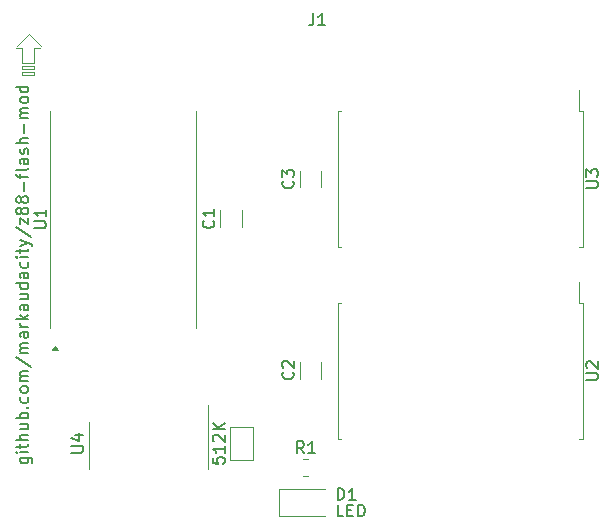
<source format=gbr>
%TF.GenerationSoftware,KiCad,Pcbnew,8.0.7*%
%TF.CreationDate,2025-01-02T16:49:33-06:00*%
%TF.ProjectId,z88-flash-mod,7a38382d-666c-4617-9368-2d6d6f642e6b,rev?*%
%TF.SameCoordinates,Original*%
%TF.FileFunction,Legend,Top*%
%TF.FilePolarity,Positive*%
%FSLAX46Y46*%
G04 Gerber Fmt 4.6, Leading zero omitted, Abs format (unit mm)*
G04 Created by KiCad (PCBNEW 8.0.7) date 2025-01-02 16:49:33*
%MOMM*%
%LPD*%
G01*
G04 APERTURE LIST*
%ADD10C,0.120000*%
%ADD11C,0.200000*%
%ADD12C,0.150000*%
G04 APERTURE END LIST*
D10*
X116961000Y-76203000D02*
X117469000Y-76203000D01*
X116961000Y-76711000D02*
X117469000Y-76711000D01*
X116961000Y-74425000D02*
X116961000Y-75695000D01*
X116961000Y-76457000D02*
X117469000Y-76457000D01*
X116453000Y-74425000D02*
X116961000Y-74425000D01*
X116961000Y-76457000D02*
X116961000Y-76711000D01*
X117501000Y-73282000D02*
X116485000Y-74298000D01*
X116961000Y-75949000D02*
X117469000Y-75949000D01*
X117469000Y-76457000D02*
X116961000Y-76457000D01*
X116961000Y-75949000D02*
X116961000Y-76203000D01*
X116961000Y-75695000D02*
X117469000Y-75695000D01*
X118485000Y-74425000D02*
X117977000Y-74425000D01*
X117977000Y-76203000D02*
X117469000Y-76203000D01*
X117977000Y-75949000D02*
X117469000Y-75949000D01*
X117977000Y-74425000D02*
X117977000Y-75695000D01*
X117977000Y-76457000D02*
X117469000Y-76457000D01*
X117977000Y-75695000D02*
X117469000Y-75695000D01*
X117501000Y-73282000D02*
X118517000Y-74298000D01*
X117977000Y-76711000D02*
X117469000Y-76711000D01*
X117977000Y-76457000D02*
X117977000Y-76711000D01*
X117977000Y-75949000D02*
X117977000Y-76203000D01*
D11*
X116794552Y-109150755D02*
X117604076Y-109150755D01*
X117604076Y-109150755D02*
X117699314Y-109198374D01*
X117699314Y-109198374D02*
X117746933Y-109245993D01*
X117746933Y-109245993D02*
X117794552Y-109341231D01*
X117794552Y-109341231D02*
X117794552Y-109484088D01*
X117794552Y-109484088D02*
X117746933Y-109579326D01*
X117413600Y-109150755D02*
X117461219Y-109245993D01*
X117461219Y-109245993D02*
X117461219Y-109436469D01*
X117461219Y-109436469D02*
X117413600Y-109531707D01*
X117413600Y-109531707D02*
X117365980Y-109579326D01*
X117365980Y-109579326D02*
X117270742Y-109626945D01*
X117270742Y-109626945D02*
X116985028Y-109626945D01*
X116985028Y-109626945D02*
X116889790Y-109579326D01*
X116889790Y-109579326D02*
X116842171Y-109531707D01*
X116842171Y-109531707D02*
X116794552Y-109436469D01*
X116794552Y-109436469D02*
X116794552Y-109245993D01*
X116794552Y-109245993D02*
X116842171Y-109150755D01*
X117461219Y-108674564D02*
X116794552Y-108674564D01*
X116461219Y-108674564D02*
X116508838Y-108722183D01*
X116508838Y-108722183D02*
X116556457Y-108674564D01*
X116556457Y-108674564D02*
X116508838Y-108626945D01*
X116508838Y-108626945D02*
X116461219Y-108674564D01*
X116461219Y-108674564D02*
X116556457Y-108674564D01*
X116794552Y-108341231D02*
X116794552Y-107960279D01*
X116461219Y-108198374D02*
X117318361Y-108198374D01*
X117318361Y-108198374D02*
X117413600Y-108150755D01*
X117413600Y-108150755D02*
X117461219Y-108055517D01*
X117461219Y-108055517D02*
X117461219Y-107960279D01*
X117461219Y-107626945D02*
X116461219Y-107626945D01*
X117461219Y-107198374D02*
X116937409Y-107198374D01*
X116937409Y-107198374D02*
X116842171Y-107245993D01*
X116842171Y-107245993D02*
X116794552Y-107341231D01*
X116794552Y-107341231D02*
X116794552Y-107484088D01*
X116794552Y-107484088D02*
X116842171Y-107579326D01*
X116842171Y-107579326D02*
X116889790Y-107626945D01*
X116794552Y-106293612D02*
X117461219Y-106293612D01*
X116794552Y-106722183D02*
X117318361Y-106722183D01*
X117318361Y-106722183D02*
X117413600Y-106674564D01*
X117413600Y-106674564D02*
X117461219Y-106579326D01*
X117461219Y-106579326D02*
X117461219Y-106436469D01*
X117461219Y-106436469D02*
X117413600Y-106341231D01*
X117413600Y-106341231D02*
X117365980Y-106293612D01*
X117461219Y-105817421D02*
X116461219Y-105817421D01*
X116842171Y-105817421D02*
X116794552Y-105722183D01*
X116794552Y-105722183D02*
X116794552Y-105531707D01*
X116794552Y-105531707D02*
X116842171Y-105436469D01*
X116842171Y-105436469D02*
X116889790Y-105388850D01*
X116889790Y-105388850D02*
X116985028Y-105341231D01*
X116985028Y-105341231D02*
X117270742Y-105341231D01*
X117270742Y-105341231D02*
X117365980Y-105388850D01*
X117365980Y-105388850D02*
X117413600Y-105436469D01*
X117413600Y-105436469D02*
X117461219Y-105531707D01*
X117461219Y-105531707D02*
X117461219Y-105722183D01*
X117461219Y-105722183D02*
X117413600Y-105817421D01*
X117365980Y-104912659D02*
X117413600Y-104865040D01*
X117413600Y-104865040D02*
X117461219Y-104912659D01*
X117461219Y-104912659D02*
X117413600Y-104960278D01*
X117413600Y-104960278D02*
X117365980Y-104912659D01*
X117365980Y-104912659D02*
X117461219Y-104912659D01*
X117413600Y-104007898D02*
X117461219Y-104103136D01*
X117461219Y-104103136D02*
X117461219Y-104293612D01*
X117461219Y-104293612D02*
X117413600Y-104388850D01*
X117413600Y-104388850D02*
X117365980Y-104436469D01*
X117365980Y-104436469D02*
X117270742Y-104484088D01*
X117270742Y-104484088D02*
X116985028Y-104484088D01*
X116985028Y-104484088D02*
X116889790Y-104436469D01*
X116889790Y-104436469D02*
X116842171Y-104388850D01*
X116842171Y-104388850D02*
X116794552Y-104293612D01*
X116794552Y-104293612D02*
X116794552Y-104103136D01*
X116794552Y-104103136D02*
X116842171Y-104007898D01*
X117461219Y-103436469D02*
X117413600Y-103531707D01*
X117413600Y-103531707D02*
X117365980Y-103579326D01*
X117365980Y-103579326D02*
X117270742Y-103626945D01*
X117270742Y-103626945D02*
X116985028Y-103626945D01*
X116985028Y-103626945D02*
X116889790Y-103579326D01*
X116889790Y-103579326D02*
X116842171Y-103531707D01*
X116842171Y-103531707D02*
X116794552Y-103436469D01*
X116794552Y-103436469D02*
X116794552Y-103293612D01*
X116794552Y-103293612D02*
X116842171Y-103198374D01*
X116842171Y-103198374D02*
X116889790Y-103150755D01*
X116889790Y-103150755D02*
X116985028Y-103103136D01*
X116985028Y-103103136D02*
X117270742Y-103103136D01*
X117270742Y-103103136D02*
X117365980Y-103150755D01*
X117365980Y-103150755D02*
X117413600Y-103198374D01*
X117413600Y-103198374D02*
X117461219Y-103293612D01*
X117461219Y-103293612D02*
X117461219Y-103436469D01*
X117461219Y-102674564D02*
X116794552Y-102674564D01*
X116889790Y-102674564D02*
X116842171Y-102626945D01*
X116842171Y-102626945D02*
X116794552Y-102531707D01*
X116794552Y-102531707D02*
X116794552Y-102388850D01*
X116794552Y-102388850D02*
X116842171Y-102293612D01*
X116842171Y-102293612D02*
X116937409Y-102245993D01*
X116937409Y-102245993D02*
X117461219Y-102245993D01*
X116937409Y-102245993D02*
X116842171Y-102198374D01*
X116842171Y-102198374D02*
X116794552Y-102103136D01*
X116794552Y-102103136D02*
X116794552Y-101960279D01*
X116794552Y-101960279D02*
X116842171Y-101865040D01*
X116842171Y-101865040D02*
X116937409Y-101817421D01*
X116937409Y-101817421D02*
X117461219Y-101817421D01*
X116413600Y-100626946D02*
X117699314Y-101484088D01*
X117461219Y-100293612D02*
X116794552Y-100293612D01*
X116889790Y-100293612D02*
X116842171Y-100245993D01*
X116842171Y-100245993D02*
X116794552Y-100150755D01*
X116794552Y-100150755D02*
X116794552Y-100007898D01*
X116794552Y-100007898D02*
X116842171Y-99912660D01*
X116842171Y-99912660D02*
X116937409Y-99865041D01*
X116937409Y-99865041D02*
X117461219Y-99865041D01*
X116937409Y-99865041D02*
X116842171Y-99817422D01*
X116842171Y-99817422D02*
X116794552Y-99722184D01*
X116794552Y-99722184D02*
X116794552Y-99579327D01*
X116794552Y-99579327D02*
X116842171Y-99484088D01*
X116842171Y-99484088D02*
X116937409Y-99436469D01*
X116937409Y-99436469D02*
X117461219Y-99436469D01*
X117461219Y-98531708D02*
X116937409Y-98531708D01*
X116937409Y-98531708D02*
X116842171Y-98579327D01*
X116842171Y-98579327D02*
X116794552Y-98674565D01*
X116794552Y-98674565D02*
X116794552Y-98865041D01*
X116794552Y-98865041D02*
X116842171Y-98960279D01*
X117413600Y-98531708D02*
X117461219Y-98626946D01*
X117461219Y-98626946D02*
X117461219Y-98865041D01*
X117461219Y-98865041D02*
X117413600Y-98960279D01*
X117413600Y-98960279D02*
X117318361Y-99007898D01*
X117318361Y-99007898D02*
X117223123Y-99007898D01*
X117223123Y-99007898D02*
X117127885Y-98960279D01*
X117127885Y-98960279D02*
X117080266Y-98865041D01*
X117080266Y-98865041D02*
X117080266Y-98626946D01*
X117080266Y-98626946D02*
X117032647Y-98531708D01*
X117461219Y-98055517D02*
X116794552Y-98055517D01*
X116985028Y-98055517D02*
X116889790Y-98007898D01*
X116889790Y-98007898D02*
X116842171Y-97960279D01*
X116842171Y-97960279D02*
X116794552Y-97865041D01*
X116794552Y-97865041D02*
X116794552Y-97769803D01*
X117461219Y-97436469D02*
X116461219Y-97436469D01*
X117080266Y-97341231D02*
X117461219Y-97055517D01*
X116794552Y-97055517D02*
X117175504Y-97436469D01*
X117461219Y-96198374D02*
X116937409Y-96198374D01*
X116937409Y-96198374D02*
X116842171Y-96245993D01*
X116842171Y-96245993D02*
X116794552Y-96341231D01*
X116794552Y-96341231D02*
X116794552Y-96531707D01*
X116794552Y-96531707D02*
X116842171Y-96626945D01*
X117413600Y-96198374D02*
X117461219Y-96293612D01*
X117461219Y-96293612D02*
X117461219Y-96531707D01*
X117461219Y-96531707D02*
X117413600Y-96626945D01*
X117413600Y-96626945D02*
X117318361Y-96674564D01*
X117318361Y-96674564D02*
X117223123Y-96674564D01*
X117223123Y-96674564D02*
X117127885Y-96626945D01*
X117127885Y-96626945D02*
X117080266Y-96531707D01*
X117080266Y-96531707D02*
X117080266Y-96293612D01*
X117080266Y-96293612D02*
X117032647Y-96198374D01*
X116794552Y-95293612D02*
X117461219Y-95293612D01*
X116794552Y-95722183D02*
X117318361Y-95722183D01*
X117318361Y-95722183D02*
X117413600Y-95674564D01*
X117413600Y-95674564D02*
X117461219Y-95579326D01*
X117461219Y-95579326D02*
X117461219Y-95436469D01*
X117461219Y-95436469D02*
X117413600Y-95341231D01*
X117413600Y-95341231D02*
X117365980Y-95293612D01*
X117461219Y-94388850D02*
X116461219Y-94388850D01*
X117413600Y-94388850D02*
X117461219Y-94484088D01*
X117461219Y-94484088D02*
X117461219Y-94674564D01*
X117461219Y-94674564D02*
X117413600Y-94769802D01*
X117413600Y-94769802D02*
X117365980Y-94817421D01*
X117365980Y-94817421D02*
X117270742Y-94865040D01*
X117270742Y-94865040D02*
X116985028Y-94865040D01*
X116985028Y-94865040D02*
X116889790Y-94817421D01*
X116889790Y-94817421D02*
X116842171Y-94769802D01*
X116842171Y-94769802D02*
X116794552Y-94674564D01*
X116794552Y-94674564D02*
X116794552Y-94484088D01*
X116794552Y-94484088D02*
X116842171Y-94388850D01*
X117461219Y-93484088D02*
X116937409Y-93484088D01*
X116937409Y-93484088D02*
X116842171Y-93531707D01*
X116842171Y-93531707D02*
X116794552Y-93626945D01*
X116794552Y-93626945D02*
X116794552Y-93817421D01*
X116794552Y-93817421D02*
X116842171Y-93912659D01*
X117413600Y-93484088D02*
X117461219Y-93579326D01*
X117461219Y-93579326D02*
X117461219Y-93817421D01*
X117461219Y-93817421D02*
X117413600Y-93912659D01*
X117413600Y-93912659D02*
X117318361Y-93960278D01*
X117318361Y-93960278D02*
X117223123Y-93960278D01*
X117223123Y-93960278D02*
X117127885Y-93912659D01*
X117127885Y-93912659D02*
X117080266Y-93817421D01*
X117080266Y-93817421D02*
X117080266Y-93579326D01*
X117080266Y-93579326D02*
X117032647Y-93484088D01*
X117413600Y-92579326D02*
X117461219Y-92674564D01*
X117461219Y-92674564D02*
X117461219Y-92865040D01*
X117461219Y-92865040D02*
X117413600Y-92960278D01*
X117413600Y-92960278D02*
X117365980Y-93007897D01*
X117365980Y-93007897D02*
X117270742Y-93055516D01*
X117270742Y-93055516D02*
X116985028Y-93055516D01*
X116985028Y-93055516D02*
X116889790Y-93007897D01*
X116889790Y-93007897D02*
X116842171Y-92960278D01*
X116842171Y-92960278D02*
X116794552Y-92865040D01*
X116794552Y-92865040D02*
X116794552Y-92674564D01*
X116794552Y-92674564D02*
X116842171Y-92579326D01*
X117461219Y-92150754D02*
X116794552Y-92150754D01*
X116461219Y-92150754D02*
X116508838Y-92198373D01*
X116508838Y-92198373D02*
X116556457Y-92150754D01*
X116556457Y-92150754D02*
X116508838Y-92103135D01*
X116508838Y-92103135D02*
X116461219Y-92150754D01*
X116461219Y-92150754D02*
X116556457Y-92150754D01*
X116794552Y-91817421D02*
X116794552Y-91436469D01*
X116461219Y-91674564D02*
X117318361Y-91674564D01*
X117318361Y-91674564D02*
X117413600Y-91626945D01*
X117413600Y-91626945D02*
X117461219Y-91531707D01*
X117461219Y-91531707D02*
X117461219Y-91436469D01*
X116794552Y-91198373D02*
X117461219Y-90960278D01*
X116794552Y-90722183D02*
X117461219Y-90960278D01*
X117461219Y-90960278D02*
X117699314Y-91055516D01*
X117699314Y-91055516D02*
X117746933Y-91103135D01*
X117746933Y-91103135D02*
X117794552Y-91198373D01*
X116413600Y-89626945D02*
X117699314Y-90484087D01*
X116794552Y-89388849D02*
X116794552Y-88865040D01*
X116794552Y-88865040D02*
X117461219Y-89388849D01*
X117461219Y-89388849D02*
X117461219Y-88865040D01*
X116889790Y-88341230D02*
X116842171Y-88436468D01*
X116842171Y-88436468D02*
X116794552Y-88484087D01*
X116794552Y-88484087D02*
X116699314Y-88531706D01*
X116699314Y-88531706D02*
X116651695Y-88531706D01*
X116651695Y-88531706D02*
X116556457Y-88484087D01*
X116556457Y-88484087D02*
X116508838Y-88436468D01*
X116508838Y-88436468D02*
X116461219Y-88341230D01*
X116461219Y-88341230D02*
X116461219Y-88150754D01*
X116461219Y-88150754D02*
X116508838Y-88055516D01*
X116508838Y-88055516D02*
X116556457Y-88007897D01*
X116556457Y-88007897D02*
X116651695Y-87960278D01*
X116651695Y-87960278D02*
X116699314Y-87960278D01*
X116699314Y-87960278D02*
X116794552Y-88007897D01*
X116794552Y-88007897D02*
X116842171Y-88055516D01*
X116842171Y-88055516D02*
X116889790Y-88150754D01*
X116889790Y-88150754D02*
X116889790Y-88341230D01*
X116889790Y-88341230D02*
X116937409Y-88436468D01*
X116937409Y-88436468D02*
X116985028Y-88484087D01*
X116985028Y-88484087D02*
X117080266Y-88531706D01*
X117080266Y-88531706D02*
X117270742Y-88531706D01*
X117270742Y-88531706D02*
X117365980Y-88484087D01*
X117365980Y-88484087D02*
X117413600Y-88436468D01*
X117413600Y-88436468D02*
X117461219Y-88341230D01*
X117461219Y-88341230D02*
X117461219Y-88150754D01*
X117461219Y-88150754D02*
X117413600Y-88055516D01*
X117413600Y-88055516D02*
X117365980Y-88007897D01*
X117365980Y-88007897D02*
X117270742Y-87960278D01*
X117270742Y-87960278D02*
X117080266Y-87960278D01*
X117080266Y-87960278D02*
X116985028Y-88007897D01*
X116985028Y-88007897D02*
X116937409Y-88055516D01*
X116937409Y-88055516D02*
X116889790Y-88150754D01*
X116889790Y-87388849D02*
X116842171Y-87484087D01*
X116842171Y-87484087D02*
X116794552Y-87531706D01*
X116794552Y-87531706D02*
X116699314Y-87579325D01*
X116699314Y-87579325D02*
X116651695Y-87579325D01*
X116651695Y-87579325D02*
X116556457Y-87531706D01*
X116556457Y-87531706D02*
X116508838Y-87484087D01*
X116508838Y-87484087D02*
X116461219Y-87388849D01*
X116461219Y-87388849D02*
X116461219Y-87198373D01*
X116461219Y-87198373D02*
X116508838Y-87103135D01*
X116508838Y-87103135D02*
X116556457Y-87055516D01*
X116556457Y-87055516D02*
X116651695Y-87007897D01*
X116651695Y-87007897D02*
X116699314Y-87007897D01*
X116699314Y-87007897D02*
X116794552Y-87055516D01*
X116794552Y-87055516D02*
X116842171Y-87103135D01*
X116842171Y-87103135D02*
X116889790Y-87198373D01*
X116889790Y-87198373D02*
X116889790Y-87388849D01*
X116889790Y-87388849D02*
X116937409Y-87484087D01*
X116937409Y-87484087D02*
X116985028Y-87531706D01*
X116985028Y-87531706D02*
X117080266Y-87579325D01*
X117080266Y-87579325D02*
X117270742Y-87579325D01*
X117270742Y-87579325D02*
X117365980Y-87531706D01*
X117365980Y-87531706D02*
X117413600Y-87484087D01*
X117413600Y-87484087D02*
X117461219Y-87388849D01*
X117461219Y-87388849D02*
X117461219Y-87198373D01*
X117461219Y-87198373D02*
X117413600Y-87103135D01*
X117413600Y-87103135D02*
X117365980Y-87055516D01*
X117365980Y-87055516D02*
X117270742Y-87007897D01*
X117270742Y-87007897D02*
X117080266Y-87007897D01*
X117080266Y-87007897D02*
X116985028Y-87055516D01*
X116985028Y-87055516D02*
X116937409Y-87103135D01*
X116937409Y-87103135D02*
X116889790Y-87198373D01*
X117080266Y-86579325D02*
X117080266Y-85817421D01*
X116794552Y-85484087D02*
X116794552Y-85103135D01*
X117461219Y-85341230D02*
X116604076Y-85341230D01*
X116604076Y-85341230D02*
X116508838Y-85293611D01*
X116508838Y-85293611D02*
X116461219Y-85198373D01*
X116461219Y-85198373D02*
X116461219Y-85103135D01*
X117461219Y-84626944D02*
X117413600Y-84722182D01*
X117413600Y-84722182D02*
X117318361Y-84769801D01*
X117318361Y-84769801D02*
X116461219Y-84769801D01*
X117461219Y-83817420D02*
X116937409Y-83817420D01*
X116937409Y-83817420D02*
X116842171Y-83865039D01*
X116842171Y-83865039D02*
X116794552Y-83960277D01*
X116794552Y-83960277D02*
X116794552Y-84150753D01*
X116794552Y-84150753D02*
X116842171Y-84245991D01*
X117413600Y-83817420D02*
X117461219Y-83912658D01*
X117461219Y-83912658D02*
X117461219Y-84150753D01*
X117461219Y-84150753D02*
X117413600Y-84245991D01*
X117413600Y-84245991D02*
X117318361Y-84293610D01*
X117318361Y-84293610D02*
X117223123Y-84293610D01*
X117223123Y-84293610D02*
X117127885Y-84245991D01*
X117127885Y-84245991D02*
X117080266Y-84150753D01*
X117080266Y-84150753D02*
X117080266Y-83912658D01*
X117080266Y-83912658D02*
X117032647Y-83817420D01*
X117413600Y-83388848D02*
X117461219Y-83293610D01*
X117461219Y-83293610D02*
X117461219Y-83103134D01*
X117461219Y-83103134D02*
X117413600Y-83007896D01*
X117413600Y-83007896D02*
X117318361Y-82960277D01*
X117318361Y-82960277D02*
X117270742Y-82960277D01*
X117270742Y-82960277D02*
X117175504Y-83007896D01*
X117175504Y-83007896D02*
X117127885Y-83103134D01*
X117127885Y-83103134D02*
X117127885Y-83245991D01*
X117127885Y-83245991D02*
X117080266Y-83341229D01*
X117080266Y-83341229D02*
X116985028Y-83388848D01*
X116985028Y-83388848D02*
X116937409Y-83388848D01*
X116937409Y-83388848D02*
X116842171Y-83341229D01*
X116842171Y-83341229D02*
X116794552Y-83245991D01*
X116794552Y-83245991D02*
X116794552Y-83103134D01*
X116794552Y-83103134D02*
X116842171Y-83007896D01*
X117461219Y-82531705D02*
X116461219Y-82531705D01*
X117461219Y-82103134D02*
X116937409Y-82103134D01*
X116937409Y-82103134D02*
X116842171Y-82150753D01*
X116842171Y-82150753D02*
X116794552Y-82245991D01*
X116794552Y-82245991D02*
X116794552Y-82388848D01*
X116794552Y-82388848D02*
X116842171Y-82484086D01*
X116842171Y-82484086D02*
X116889790Y-82531705D01*
X117080266Y-81626943D02*
X117080266Y-80865039D01*
X117461219Y-80388848D02*
X116794552Y-80388848D01*
X116889790Y-80388848D02*
X116842171Y-80341229D01*
X116842171Y-80341229D02*
X116794552Y-80245991D01*
X116794552Y-80245991D02*
X116794552Y-80103134D01*
X116794552Y-80103134D02*
X116842171Y-80007896D01*
X116842171Y-80007896D02*
X116937409Y-79960277D01*
X116937409Y-79960277D02*
X117461219Y-79960277D01*
X116937409Y-79960277D02*
X116842171Y-79912658D01*
X116842171Y-79912658D02*
X116794552Y-79817420D01*
X116794552Y-79817420D02*
X116794552Y-79674563D01*
X116794552Y-79674563D02*
X116842171Y-79579324D01*
X116842171Y-79579324D02*
X116937409Y-79531705D01*
X116937409Y-79531705D02*
X117461219Y-79531705D01*
X117461219Y-78912658D02*
X117413600Y-79007896D01*
X117413600Y-79007896D02*
X117365980Y-79055515D01*
X117365980Y-79055515D02*
X117270742Y-79103134D01*
X117270742Y-79103134D02*
X116985028Y-79103134D01*
X116985028Y-79103134D02*
X116889790Y-79055515D01*
X116889790Y-79055515D02*
X116842171Y-79007896D01*
X116842171Y-79007896D02*
X116794552Y-78912658D01*
X116794552Y-78912658D02*
X116794552Y-78769801D01*
X116794552Y-78769801D02*
X116842171Y-78674563D01*
X116842171Y-78674563D02*
X116889790Y-78626944D01*
X116889790Y-78626944D02*
X116985028Y-78579325D01*
X116985028Y-78579325D02*
X117270742Y-78579325D01*
X117270742Y-78579325D02*
X117365980Y-78626944D01*
X117365980Y-78626944D02*
X117413600Y-78674563D01*
X117413600Y-78674563D02*
X117461219Y-78769801D01*
X117461219Y-78769801D02*
X117461219Y-78912658D01*
X117461219Y-77722182D02*
X116461219Y-77722182D01*
X117413600Y-77722182D02*
X117461219Y-77817420D01*
X117461219Y-77817420D02*
X117461219Y-78007896D01*
X117461219Y-78007896D02*
X117413600Y-78103134D01*
X117413600Y-78103134D02*
X117365980Y-78150753D01*
X117365980Y-78150753D02*
X117270742Y-78198372D01*
X117270742Y-78198372D02*
X116985028Y-78198372D01*
X116985028Y-78198372D02*
X116889790Y-78150753D01*
X116889790Y-78150753D02*
X116842171Y-78103134D01*
X116842171Y-78103134D02*
X116794552Y-78007896D01*
X116794552Y-78007896D02*
X116794552Y-77817420D01*
X116794552Y-77817420D02*
X116842171Y-77722182D01*
D12*
X139860580Y-101893666D02*
X139908200Y-101941285D01*
X139908200Y-101941285D02*
X139955819Y-102084142D01*
X139955819Y-102084142D02*
X139955819Y-102179380D01*
X139955819Y-102179380D02*
X139908200Y-102322237D01*
X139908200Y-102322237D02*
X139812961Y-102417475D01*
X139812961Y-102417475D02*
X139717723Y-102465094D01*
X139717723Y-102465094D02*
X139527247Y-102512713D01*
X139527247Y-102512713D02*
X139384390Y-102512713D01*
X139384390Y-102512713D02*
X139193914Y-102465094D01*
X139193914Y-102465094D02*
X139098676Y-102417475D01*
X139098676Y-102417475D02*
X139003438Y-102322237D01*
X139003438Y-102322237D02*
X138955819Y-102179380D01*
X138955819Y-102179380D02*
X138955819Y-102084142D01*
X138955819Y-102084142D02*
X139003438Y-101941285D01*
X139003438Y-101941285D02*
X139051057Y-101893666D01*
X139051057Y-101512713D02*
X139003438Y-101465094D01*
X139003438Y-101465094D02*
X138955819Y-101369856D01*
X138955819Y-101369856D02*
X138955819Y-101131761D01*
X138955819Y-101131761D02*
X139003438Y-101036523D01*
X139003438Y-101036523D02*
X139051057Y-100988904D01*
X139051057Y-100988904D02*
X139146295Y-100941285D01*
X139146295Y-100941285D02*
X139241533Y-100941285D01*
X139241533Y-100941285D02*
X139384390Y-100988904D01*
X139384390Y-100988904D02*
X139955819Y-101560332D01*
X139955819Y-101560332D02*
X139955819Y-100941285D01*
X139860580Y-85715666D02*
X139908200Y-85763285D01*
X139908200Y-85763285D02*
X139955819Y-85906142D01*
X139955819Y-85906142D02*
X139955819Y-86001380D01*
X139955819Y-86001380D02*
X139908200Y-86144237D01*
X139908200Y-86144237D02*
X139812961Y-86239475D01*
X139812961Y-86239475D02*
X139717723Y-86287094D01*
X139717723Y-86287094D02*
X139527247Y-86334713D01*
X139527247Y-86334713D02*
X139384390Y-86334713D01*
X139384390Y-86334713D02*
X139193914Y-86287094D01*
X139193914Y-86287094D02*
X139098676Y-86239475D01*
X139098676Y-86239475D02*
X139003438Y-86144237D01*
X139003438Y-86144237D02*
X138955819Y-86001380D01*
X138955819Y-86001380D02*
X138955819Y-85906142D01*
X138955819Y-85906142D02*
X139003438Y-85763285D01*
X139003438Y-85763285D02*
X139051057Y-85715666D01*
X138955819Y-85382332D02*
X138955819Y-84763285D01*
X138955819Y-84763285D02*
X139336771Y-85096618D01*
X139336771Y-85096618D02*
X139336771Y-84953761D01*
X139336771Y-84953761D02*
X139384390Y-84858523D01*
X139384390Y-84858523D02*
X139432009Y-84810904D01*
X139432009Y-84810904D02*
X139527247Y-84763285D01*
X139527247Y-84763285D02*
X139765342Y-84763285D01*
X139765342Y-84763285D02*
X139860580Y-84810904D01*
X139860580Y-84810904D02*
X139908200Y-84858523D01*
X139908200Y-84858523D02*
X139955819Y-84953761D01*
X139955819Y-84953761D02*
X139955819Y-85239475D01*
X139955819Y-85239475D02*
X139908200Y-85334713D01*
X139908200Y-85334713D02*
X139860580Y-85382332D01*
X164705819Y-102561904D02*
X165515342Y-102561904D01*
X165515342Y-102561904D02*
X165610580Y-102514285D01*
X165610580Y-102514285D02*
X165658200Y-102466666D01*
X165658200Y-102466666D02*
X165705819Y-102371428D01*
X165705819Y-102371428D02*
X165705819Y-102180952D01*
X165705819Y-102180952D02*
X165658200Y-102085714D01*
X165658200Y-102085714D02*
X165610580Y-102038095D01*
X165610580Y-102038095D02*
X165515342Y-101990476D01*
X165515342Y-101990476D02*
X164705819Y-101990476D01*
X164801057Y-101561904D02*
X164753438Y-101514285D01*
X164753438Y-101514285D02*
X164705819Y-101419047D01*
X164705819Y-101419047D02*
X164705819Y-101180952D01*
X164705819Y-101180952D02*
X164753438Y-101085714D01*
X164753438Y-101085714D02*
X164801057Y-101038095D01*
X164801057Y-101038095D02*
X164896295Y-100990476D01*
X164896295Y-100990476D02*
X164991533Y-100990476D01*
X164991533Y-100990476D02*
X165134390Y-101038095D01*
X165134390Y-101038095D02*
X165705819Y-101609523D01*
X165705819Y-101609523D02*
X165705819Y-100990476D01*
X121120819Y-108711904D02*
X121930342Y-108711904D01*
X121930342Y-108711904D02*
X122025580Y-108664285D01*
X122025580Y-108664285D02*
X122073200Y-108616666D01*
X122073200Y-108616666D02*
X122120819Y-108521428D01*
X122120819Y-108521428D02*
X122120819Y-108330952D01*
X122120819Y-108330952D02*
X122073200Y-108235714D01*
X122073200Y-108235714D02*
X122025580Y-108188095D01*
X122025580Y-108188095D02*
X121930342Y-108140476D01*
X121930342Y-108140476D02*
X121120819Y-108140476D01*
X121454152Y-107235714D02*
X122120819Y-107235714D01*
X121073200Y-107473809D02*
X121787485Y-107711904D01*
X121787485Y-107711904D02*
X121787485Y-107092857D01*
X143663905Y-112722819D02*
X143663905Y-111722819D01*
X143663905Y-111722819D02*
X143902000Y-111722819D01*
X143902000Y-111722819D02*
X144044857Y-111770438D01*
X144044857Y-111770438D02*
X144140095Y-111865676D01*
X144140095Y-111865676D02*
X144187714Y-111960914D01*
X144187714Y-111960914D02*
X144235333Y-112151390D01*
X144235333Y-112151390D02*
X144235333Y-112294247D01*
X144235333Y-112294247D02*
X144187714Y-112484723D01*
X144187714Y-112484723D02*
X144140095Y-112579961D01*
X144140095Y-112579961D02*
X144044857Y-112675200D01*
X144044857Y-112675200D02*
X143902000Y-112722819D01*
X143902000Y-112722819D02*
X143663905Y-112722819D01*
X145187714Y-112722819D02*
X144616286Y-112722819D01*
X144902000Y-112722819D02*
X144902000Y-111722819D01*
X144902000Y-111722819D02*
X144806762Y-111865676D01*
X144806762Y-111865676D02*
X144711524Y-111960914D01*
X144711524Y-111960914D02*
X144616286Y-112008533D01*
X144140142Y-114119819D02*
X143663952Y-114119819D01*
X143663952Y-114119819D02*
X143663952Y-113119819D01*
X144473476Y-113596009D02*
X144806809Y-113596009D01*
X144949666Y-114119819D02*
X144473476Y-114119819D01*
X144473476Y-114119819D02*
X144473476Y-113119819D01*
X144473476Y-113119819D02*
X144949666Y-113119819D01*
X145378238Y-114119819D02*
X145378238Y-113119819D01*
X145378238Y-113119819D02*
X145616333Y-113119819D01*
X145616333Y-113119819D02*
X145759190Y-113167438D01*
X145759190Y-113167438D02*
X145854428Y-113262676D01*
X145854428Y-113262676D02*
X145902047Y-113357914D01*
X145902047Y-113357914D02*
X145949666Y-113548390D01*
X145949666Y-113548390D02*
X145949666Y-113691247D01*
X145949666Y-113691247D02*
X145902047Y-113881723D01*
X145902047Y-113881723D02*
X145854428Y-113976961D01*
X145854428Y-113976961D02*
X145759190Y-114072200D01*
X145759190Y-114072200D02*
X145616333Y-114119819D01*
X145616333Y-114119819D02*
X145378238Y-114119819D01*
X117973819Y-89710904D02*
X118783342Y-89710904D01*
X118783342Y-89710904D02*
X118878580Y-89663285D01*
X118878580Y-89663285D02*
X118926200Y-89615666D01*
X118926200Y-89615666D02*
X118973819Y-89520428D01*
X118973819Y-89520428D02*
X118973819Y-89329952D01*
X118973819Y-89329952D02*
X118926200Y-89234714D01*
X118926200Y-89234714D02*
X118878580Y-89187095D01*
X118878580Y-89187095D02*
X118783342Y-89139476D01*
X118783342Y-89139476D02*
X117973819Y-89139476D01*
X118973819Y-88139476D02*
X118973819Y-88710904D01*
X118973819Y-88425190D02*
X117973819Y-88425190D01*
X117973819Y-88425190D02*
X118116676Y-88520428D01*
X118116676Y-88520428D02*
X118211914Y-88615666D01*
X118211914Y-88615666D02*
X118259533Y-88710904D01*
X133088819Y-109134285D02*
X133088819Y-109610475D01*
X133088819Y-109610475D02*
X133565009Y-109658094D01*
X133565009Y-109658094D02*
X133517390Y-109610475D01*
X133517390Y-109610475D02*
X133469771Y-109515237D01*
X133469771Y-109515237D02*
X133469771Y-109277142D01*
X133469771Y-109277142D02*
X133517390Y-109181904D01*
X133517390Y-109181904D02*
X133565009Y-109134285D01*
X133565009Y-109134285D02*
X133660247Y-109086666D01*
X133660247Y-109086666D02*
X133898342Y-109086666D01*
X133898342Y-109086666D02*
X133993580Y-109134285D01*
X133993580Y-109134285D02*
X134041200Y-109181904D01*
X134041200Y-109181904D02*
X134088819Y-109277142D01*
X134088819Y-109277142D02*
X134088819Y-109515237D01*
X134088819Y-109515237D02*
X134041200Y-109610475D01*
X134041200Y-109610475D02*
X133993580Y-109658094D01*
X134088819Y-108134285D02*
X134088819Y-108705713D01*
X134088819Y-108419999D02*
X133088819Y-108419999D01*
X133088819Y-108419999D02*
X133231676Y-108515237D01*
X133231676Y-108515237D02*
X133326914Y-108610475D01*
X133326914Y-108610475D02*
X133374533Y-108705713D01*
X133184057Y-107753332D02*
X133136438Y-107705713D01*
X133136438Y-107705713D02*
X133088819Y-107610475D01*
X133088819Y-107610475D02*
X133088819Y-107372380D01*
X133088819Y-107372380D02*
X133136438Y-107277142D01*
X133136438Y-107277142D02*
X133184057Y-107229523D01*
X133184057Y-107229523D02*
X133279295Y-107181904D01*
X133279295Y-107181904D02*
X133374533Y-107181904D01*
X133374533Y-107181904D02*
X133517390Y-107229523D01*
X133517390Y-107229523D02*
X134088819Y-107800951D01*
X134088819Y-107800951D02*
X134088819Y-107181904D01*
X134088819Y-106753332D02*
X133088819Y-106753332D01*
X134088819Y-106181904D02*
X133517390Y-106610475D01*
X133088819Y-106181904D02*
X133660247Y-106753332D01*
X140803333Y-108769819D02*
X140470000Y-108293628D01*
X140231905Y-108769819D02*
X140231905Y-107769819D01*
X140231905Y-107769819D02*
X140612857Y-107769819D01*
X140612857Y-107769819D02*
X140708095Y-107817438D01*
X140708095Y-107817438D02*
X140755714Y-107865057D01*
X140755714Y-107865057D02*
X140803333Y-107960295D01*
X140803333Y-107960295D02*
X140803333Y-108103152D01*
X140803333Y-108103152D02*
X140755714Y-108198390D01*
X140755714Y-108198390D02*
X140708095Y-108246009D01*
X140708095Y-108246009D02*
X140612857Y-108293628D01*
X140612857Y-108293628D02*
X140231905Y-108293628D01*
X141755714Y-108769819D02*
X141184286Y-108769819D01*
X141470000Y-108769819D02*
X141470000Y-107769819D01*
X141470000Y-107769819D02*
X141374762Y-107912676D01*
X141374762Y-107912676D02*
X141279524Y-108007914D01*
X141279524Y-108007914D02*
X141184286Y-108055533D01*
X133129580Y-89066666D02*
X133177200Y-89114285D01*
X133177200Y-89114285D02*
X133224819Y-89257142D01*
X133224819Y-89257142D02*
X133224819Y-89352380D01*
X133224819Y-89352380D02*
X133177200Y-89495237D01*
X133177200Y-89495237D02*
X133081961Y-89590475D01*
X133081961Y-89590475D02*
X132986723Y-89638094D01*
X132986723Y-89638094D02*
X132796247Y-89685713D01*
X132796247Y-89685713D02*
X132653390Y-89685713D01*
X132653390Y-89685713D02*
X132462914Y-89638094D01*
X132462914Y-89638094D02*
X132367676Y-89590475D01*
X132367676Y-89590475D02*
X132272438Y-89495237D01*
X132272438Y-89495237D02*
X132224819Y-89352380D01*
X132224819Y-89352380D02*
X132224819Y-89257142D01*
X132224819Y-89257142D02*
X132272438Y-89114285D01*
X132272438Y-89114285D02*
X132320057Y-89066666D01*
X133224819Y-88114285D02*
X133224819Y-88685713D01*
X133224819Y-88399999D02*
X132224819Y-88399999D01*
X132224819Y-88399999D02*
X132367676Y-88495237D01*
X132367676Y-88495237D02*
X132462914Y-88590475D01*
X132462914Y-88590475D02*
X132510533Y-88685713D01*
X141600666Y-71527819D02*
X141600666Y-72242104D01*
X141600666Y-72242104D02*
X141553047Y-72384961D01*
X141553047Y-72384961D02*
X141457809Y-72480200D01*
X141457809Y-72480200D02*
X141314952Y-72527819D01*
X141314952Y-72527819D02*
X141219714Y-72527819D01*
X142600666Y-72527819D02*
X142029238Y-72527819D01*
X142314952Y-72527819D02*
X142314952Y-71527819D01*
X142314952Y-71527819D02*
X142219714Y-71670676D01*
X142219714Y-71670676D02*
X142124476Y-71765914D01*
X142124476Y-71765914D02*
X142029238Y-71813533D01*
X164705819Y-86305904D02*
X165515342Y-86305904D01*
X165515342Y-86305904D02*
X165610580Y-86258285D01*
X165610580Y-86258285D02*
X165658200Y-86210666D01*
X165658200Y-86210666D02*
X165705819Y-86115428D01*
X165705819Y-86115428D02*
X165705819Y-85924952D01*
X165705819Y-85924952D02*
X165658200Y-85829714D01*
X165658200Y-85829714D02*
X165610580Y-85782095D01*
X165610580Y-85782095D02*
X165515342Y-85734476D01*
X165515342Y-85734476D02*
X164705819Y-85734476D01*
X164705819Y-85353523D02*
X164705819Y-84734476D01*
X164705819Y-84734476D02*
X165086771Y-85067809D01*
X165086771Y-85067809D02*
X165086771Y-84924952D01*
X165086771Y-84924952D02*
X165134390Y-84829714D01*
X165134390Y-84829714D02*
X165182009Y-84782095D01*
X165182009Y-84782095D02*
X165277247Y-84734476D01*
X165277247Y-84734476D02*
X165515342Y-84734476D01*
X165515342Y-84734476D02*
X165610580Y-84782095D01*
X165610580Y-84782095D02*
X165658200Y-84829714D01*
X165658200Y-84829714D02*
X165705819Y-84924952D01*
X165705819Y-84924952D02*
X165705819Y-85210666D01*
X165705819Y-85210666D02*
X165658200Y-85305904D01*
X165658200Y-85305904D02*
X165610580Y-85353523D01*
D10*
%TO.C,C2*%
X140441000Y-102438252D02*
X140441000Y-101015748D01*
X142261000Y-102438252D02*
X142261000Y-101015748D01*
%TO.C,C3*%
X140441000Y-86260252D02*
X140441000Y-84837748D01*
X142261000Y-86260252D02*
X142261000Y-84837748D01*
%TO.C,U2*%
X143693500Y-96037500D02*
X143966000Y-96037500D01*
X143693500Y-101800000D02*
X143693500Y-96037500D01*
X143693500Y-101800000D02*
X143693500Y-107562500D01*
X143693500Y-107562500D02*
X143966000Y-107562500D01*
X164136000Y-96037500D02*
X164136000Y-94225000D01*
X164408500Y-96037500D02*
X164136000Y-96037500D01*
X164408500Y-101800000D02*
X164408500Y-96037500D01*
X164408500Y-101800000D02*
X164408500Y-107562500D01*
X164408500Y-107562500D02*
X164136000Y-107562500D01*
%TO.C,U4*%
X122575000Y-108112000D02*
X122575000Y-106162000D01*
X122575000Y-108112000D02*
X122575000Y-110062000D01*
X132695000Y-108112000D02*
X132695000Y-104662000D01*
X132695000Y-108112000D02*
X132695000Y-110062000D01*
%TO.C,D1*%
X138685000Y-111768000D02*
X138685000Y-114038000D01*
X138685000Y-114038000D02*
X142570000Y-114038000D01*
X142570000Y-111768000D02*
X138685000Y-111768000D01*
%TO.C,U1*%
X119309000Y-88949000D02*
X119309000Y-79749000D01*
X119309000Y-88949000D02*
X119309000Y-98149000D01*
X131629000Y-88949000D02*
X131629000Y-79749000D01*
X131629000Y-88949000D02*
X131629000Y-98149000D01*
X119959000Y-100014000D02*
X119479000Y-100014000D01*
X119719000Y-99684000D01*
X119959000Y-100014000D01*
G36*
X119959000Y-100014000D02*
G01*
X119479000Y-100014000D01*
X119719000Y-99684000D01*
X119959000Y-100014000D01*
G37*
%TO.C,512K*%
X134509000Y-106535000D02*
X136509000Y-106535000D01*
X134509000Y-109335000D02*
X134509000Y-106535000D01*
X136509000Y-106535000D02*
X136509000Y-109335000D01*
X136509000Y-109335000D02*
X134509000Y-109335000D01*
%TO.C,R1*%
X140726936Y-109247000D02*
X141181064Y-109247000D01*
X140726936Y-110717000D02*
X141181064Y-110717000D01*
%TO.C,C1*%
X133710000Y-89611252D02*
X133710000Y-88188748D01*
X135530000Y-89611252D02*
X135530000Y-88188748D01*
%TO.C,U3*%
X143693500Y-79781500D02*
X143966000Y-79781500D01*
X143693500Y-85544000D02*
X143693500Y-79781500D01*
X143693500Y-85544000D02*
X143693500Y-91306500D01*
X143693500Y-91306500D02*
X143966000Y-91306500D01*
X164136000Y-79781500D02*
X164136000Y-77969000D01*
X164408500Y-79781500D02*
X164136000Y-79781500D01*
X164408500Y-85544000D02*
X164408500Y-79781500D01*
X164408500Y-85544000D02*
X164408500Y-91306500D01*
X164408500Y-91306500D02*
X164136000Y-91306500D01*
%TD*%
M02*

</source>
